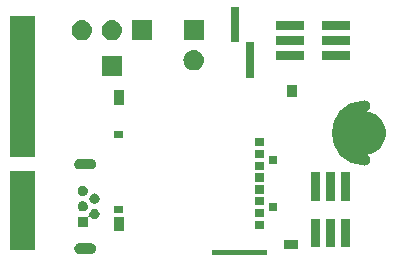
<source format=gbr>
G04 #@! TF.GenerationSoftware,KiCad,Pcbnew,5.1.4-3.fc30*
G04 #@! TF.CreationDate,2019-12-05T15:01:49-05:00*
G04 #@! TF.ProjectId,librem5-m2-breakout,6c696272-656d-4352-9d6d-322d62726561,v0.5.0*
G04 #@! TF.SameCoordinates,Original*
G04 #@! TF.FileFunction,Soldermask,Top*
G04 #@! TF.FilePolarity,Negative*
%FSLAX46Y46*%
G04 Gerber Fmt 4.6, Leading zero omitted, Abs format (unit mm)*
G04 Created by KiCad (PCBNEW 5.1.4-3.fc30) date 2019-12-05 15:01:49*
%MOMM*%
%LPD*%
G04 APERTURE LIST*
%ADD10C,1.000000*%
%ADD11C,0.100000*%
G04 APERTURE END LIST*
D10*
X148850000Y-92750000D02*
G75*
G03X148850000Y-97250000I0J-2250000D01*
G01*
D11*
G36*
X140565000Y-105342500D02*
G01*
X135915000Y-105342500D01*
X135915000Y-104902500D01*
X140565000Y-104902500D01*
X140565000Y-105342500D01*
X140565000Y-105342500D01*
G37*
G36*
X125805276Y-104346294D02*
G01*
X125887270Y-104371168D01*
X125962843Y-104411561D01*
X126029080Y-104465920D01*
X126083439Y-104532157D01*
X126123832Y-104607730D01*
X126148706Y-104689724D01*
X126157104Y-104775000D01*
X126148706Y-104860276D01*
X126123832Y-104942270D01*
X126083439Y-105017843D01*
X126029080Y-105084080D01*
X125962843Y-105138439D01*
X125887270Y-105178832D01*
X125805276Y-105203706D01*
X125741366Y-105210000D01*
X124698634Y-105210000D01*
X124634724Y-105203706D01*
X124552730Y-105178832D01*
X124477157Y-105138439D01*
X124410920Y-105084080D01*
X124356561Y-105017843D01*
X124316168Y-104942270D01*
X124291294Y-104860276D01*
X124282896Y-104775000D01*
X124291294Y-104689724D01*
X124316168Y-104607730D01*
X124356561Y-104532157D01*
X124410920Y-104465920D01*
X124477157Y-104411561D01*
X124552730Y-104371168D01*
X124634724Y-104346294D01*
X124698634Y-104340000D01*
X125741366Y-104340000D01*
X125805276Y-104346294D01*
X125805276Y-104346294D01*
G37*
G36*
X120925000Y-104925000D02*
G01*
X118850000Y-104925000D01*
X118850000Y-98225000D01*
X120925000Y-98225000D01*
X120925000Y-104925000D01*
X120925000Y-104925000D01*
G37*
G36*
X143235000Y-104842500D02*
G01*
X142065000Y-104842500D01*
X142065000Y-104077500D01*
X143235000Y-104077500D01*
X143235000Y-104842500D01*
X143235000Y-104842500D01*
G37*
G36*
X147650000Y-104660000D02*
G01*
X146890000Y-104660000D01*
X146890000Y-102240000D01*
X147650000Y-102240000D01*
X147650000Y-104660000D01*
X147650000Y-104660000D01*
G37*
G36*
X146380000Y-104660000D02*
G01*
X145620000Y-104660000D01*
X145620000Y-102240000D01*
X146380000Y-102240000D01*
X146380000Y-104660000D01*
X146380000Y-104660000D01*
G37*
G36*
X145110000Y-104660000D02*
G01*
X144350000Y-104660000D01*
X144350000Y-102240000D01*
X145110000Y-102240000D01*
X145110000Y-104660000D01*
X145110000Y-104660000D01*
G37*
G36*
X128485000Y-103322500D02*
G01*
X127615000Y-103322500D01*
X127615000Y-102102500D01*
X128485000Y-102102500D01*
X128485000Y-103322500D01*
X128485000Y-103322500D01*
G37*
G36*
X140335000Y-103135000D02*
G01*
X139565000Y-103135000D01*
X139565000Y-102415000D01*
X140335000Y-102415000D01*
X140335000Y-103135000D01*
X140335000Y-103135000D01*
G37*
G36*
X126125426Y-101436524D02*
G01*
X126203682Y-101468939D01*
X126274109Y-101515997D01*
X126334003Y-101575891D01*
X126381061Y-101646318D01*
X126413476Y-101724574D01*
X126430000Y-101807649D01*
X126430000Y-101892351D01*
X126413476Y-101975426D01*
X126381061Y-102053682D01*
X126334003Y-102124109D01*
X126274109Y-102184003D01*
X126203682Y-102231061D01*
X126125426Y-102263476D01*
X126042351Y-102280000D01*
X125957649Y-102280000D01*
X125874574Y-102263476D01*
X125796318Y-102231061D01*
X125725891Y-102184003D01*
X125665997Y-102124109D01*
X125658929Y-102113532D01*
X125643388Y-102094594D01*
X125624446Y-102079048D01*
X125602836Y-102067497D01*
X125579387Y-102060383D01*
X125555001Y-102057981D01*
X125530615Y-102060382D01*
X125507166Y-102067495D01*
X125485555Y-102079046D01*
X125466613Y-102094591D01*
X125451067Y-102113533D01*
X125439516Y-102135143D01*
X125432402Y-102158592D01*
X125430000Y-102182980D01*
X125430000Y-102930000D01*
X124570000Y-102930000D01*
X124570000Y-102070000D01*
X125453025Y-102070000D01*
X125477411Y-102067598D01*
X125500860Y-102060485D01*
X125522471Y-102048934D01*
X125541413Y-102033389D01*
X125556958Y-102014447D01*
X125568509Y-101992836D01*
X125575622Y-101969387D01*
X125578024Y-101945001D01*
X125575622Y-101920614D01*
X125570000Y-101892351D01*
X125570000Y-101807649D01*
X125586524Y-101724574D01*
X125618939Y-101646318D01*
X125665997Y-101575891D01*
X125725891Y-101515997D01*
X125796318Y-101468939D01*
X125874574Y-101436524D01*
X125957649Y-101420000D01*
X126042351Y-101420000D01*
X126125426Y-101436524D01*
X126125426Y-101436524D01*
G37*
G36*
X140335000Y-102135000D02*
G01*
X139565000Y-102135000D01*
X139565000Y-101415000D01*
X140335000Y-101415000D01*
X140335000Y-102135000D01*
X140335000Y-102135000D01*
G37*
G36*
X128385000Y-101810000D02*
G01*
X127615000Y-101810000D01*
X127615000Y-101140000D01*
X128385000Y-101140000D01*
X128385000Y-101810000D01*
X128385000Y-101810000D01*
G37*
G36*
X141485000Y-101635000D02*
G01*
X140815000Y-101635000D01*
X140815000Y-100915000D01*
X141485000Y-100915000D01*
X141485000Y-101635000D01*
X141485000Y-101635000D01*
G37*
G36*
X125125426Y-100786524D02*
G01*
X125203682Y-100818939D01*
X125274109Y-100865997D01*
X125334003Y-100925891D01*
X125381061Y-100996318D01*
X125413476Y-101074574D01*
X125430000Y-101157649D01*
X125430000Y-101242351D01*
X125413476Y-101325426D01*
X125381061Y-101403682D01*
X125334003Y-101474109D01*
X125274109Y-101534003D01*
X125203682Y-101581061D01*
X125125426Y-101613476D01*
X125042351Y-101630000D01*
X124957649Y-101630000D01*
X124874574Y-101613476D01*
X124796318Y-101581061D01*
X124725891Y-101534003D01*
X124665997Y-101474109D01*
X124618939Y-101403682D01*
X124586524Y-101325426D01*
X124570000Y-101242351D01*
X124570000Y-101157649D01*
X124586524Y-101074574D01*
X124618939Y-100996318D01*
X124665997Y-100925891D01*
X124725891Y-100865997D01*
X124796318Y-100818939D01*
X124874574Y-100786524D01*
X124957649Y-100770000D01*
X125042351Y-100770000D01*
X125125426Y-100786524D01*
X125125426Y-100786524D01*
G37*
G36*
X140335000Y-101135000D02*
G01*
X139565000Y-101135000D01*
X139565000Y-100415000D01*
X140335000Y-100415000D01*
X140335000Y-101135000D01*
X140335000Y-101135000D01*
G37*
G36*
X126125426Y-100136524D02*
G01*
X126203682Y-100168939D01*
X126274109Y-100215997D01*
X126334003Y-100275891D01*
X126381061Y-100346318D01*
X126413476Y-100424574D01*
X126430000Y-100507649D01*
X126430000Y-100592351D01*
X126413476Y-100675426D01*
X126381061Y-100753682D01*
X126334003Y-100824109D01*
X126274109Y-100884003D01*
X126203682Y-100931061D01*
X126125426Y-100963476D01*
X126042351Y-100980000D01*
X125957649Y-100980000D01*
X125874574Y-100963476D01*
X125796318Y-100931061D01*
X125725891Y-100884003D01*
X125665997Y-100824109D01*
X125618939Y-100753682D01*
X125586524Y-100675426D01*
X125570000Y-100592351D01*
X125570000Y-100507649D01*
X125586524Y-100424574D01*
X125618939Y-100346318D01*
X125665997Y-100275891D01*
X125725891Y-100215997D01*
X125796318Y-100168939D01*
X125874574Y-100136524D01*
X125957649Y-100120000D01*
X126042351Y-100120000D01*
X126125426Y-100136524D01*
X126125426Y-100136524D01*
G37*
G36*
X145110000Y-100760000D02*
G01*
X144350000Y-100760000D01*
X144350000Y-98340000D01*
X145110000Y-98340000D01*
X145110000Y-100760000D01*
X145110000Y-100760000D01*
G37*
G36*
X146380000Y-100760000D02*
G01*
X145620000Y-100760000D01*
X145620000Y-98340000D01*
X146380000Y-98340000D01*
X146380000Y-100760000D01*
X146380000Y-100760000D01*
G37*
G36*
X147650000Y-100760000D02*
G01*
X146890000Y-100760000D01*
X146890000Y-98340000D01*
X147650000Y-98340000D01*
X147650000Y-100760000D01*
X147650000Y-100760000D01*
G37*
G36*
X125125426Y-99486524D02*
G01*
X125203682Y-99518939D01*
X125274109Y-99565997D01*
X125334003Y-99625891D01*
X125381061Y-99696318D01*
X125413476Y-99774574D01*
X125430000Y-99857649D01*
X125430000Y-99942351D01*
X125413476Y-100025426D01*
X125381061Y-100103682D01*
X125334003Y-100174109D01*
X125274109Y-100234003D01*
X125203682Y-100281061D01*
X125125426Y-100313476D01*
X125042351Y-100330000D01*
X124957649Y-100330000D01*
X124874574Y-100313476D01*
X124796318Y-100281061D01*
X124725891Y-100234003D01*
X124665997Y-100174109D01*
X124618939Y-100103682D01*
X124586524Y-100025426D01*
X124570000Y-99942351D01*
X124570000Y-99857649D01*
X124586524Y-99774574D01*
X124618939Y-99696318D01*
X124665997Y-99625891D01*
X124725891Y-99565997D01*
X124796318Y-99518939D01*
X124874574Y-99486524D01*
X124957649Y-99470000D01*
X125042351Y-99470000D01*
X125125426Y-99486524D01*
X125125426Y-99486524D01*
G37*
G36*
X140335000Y-100135000D02*
G01*
X139565000Y-100135000D01*
X139565000Y-99415000D01*
X140335000Y-99415000D01*
X140335000Y-100135000D01*
X140335000Y-100135000D01*
G37*
G36*
X140335000Y-99135000D02*
G01*
X139565000Y-99135000D01*
X139565000Y-98415000D01*
X140335000Y-98415000D01*
X140335000Y-99135000D01*
X140335000Y-99135000D01*
G37*
G36*
X140335000Y-98135000D02*
G01*
X139565000Y-98135000D01*
X139565000Y-97415000D01*
X140335000Y-97415000D01*
X140335000Y-98135000D01*
X140335000Y-98135000D01*
G37*
G36*
X125805276Y-97196294D02*
G01*
X125887270Y-97221168D01*
X125962843Y-97261561D01*
X126029080Y-97315920D01*
X126083439Y-97382157D01*
X126123832Y-97457730D01*
X126148706Y-97539724D01*
X126157104Y-97625000D01*
X126148706Y-97710276D01*
X126123832Y-97792270D01*
X126083439Y-97867843D01*
X126029080Y-97934080D01*
X125962843Y-97988439D01*
X125887270Y-98028832D01*
X125805276Y-98053706D01*
X125741366Y-98060000D01*
X124698634Y-98060000D01*
X124634724Y-98053706D01*
X124552730Y-98028832D01*
X124477157Y-97988439D01*
X124410920Y-97934080D01*
X124356561Y-97867843D01*
X124316168Y-97792270D01*
X124291294Y-97710276D01*
X124282896Y-97625000D01*
X124291294Y-97539724D01*
X124316168Y-97457730D01*
X124356561Y-97382157D01*
X124410920Y-97315920D01*
X124477157Y-97261561D01*
X124552730Y-97221168D01*
X124634724Y-97196294D01*
X124698634Y-97190000D01*
X125741366Y-97190000D01*
X125805276Y-97196294D01*
X125805276Y-97196294D01*
G37*
G36*
X141485000Y-97635000D02*
G01*
X140815000Y-97635000D01*
X140815000Y-96915000D01*
X141485000Y-96915000D01*
X141485000Y-97635000D01*
X141485000Y-97635000D01*
G37*
G36*
X140335000Y-97135000D02*
G01*
X139565000Y-97135000D01*
X139565000Y-96415000D01*
X140335000Y-96415000D01*
X140335000Y-97135000D01*
X140335000Y-97135000D01*
G37*
G36*
X120925000Y-97025000D02*
G01*
X118850000Y-97025000D01*
X118850000Y-85075000D01*
X120925000Y-85075000D01*
X120925000Y-97025000D01*
X120925000Y-97025000D01*
G37*
G36*
X149206040Y-93210067D02*
G01*
X149382333Y-93245134D01*
X149519904Y-93302118D01*
X149714460Y-93382705D01*
X150013369Y-93582430D01*
X150267570Y-93836631D01*
X150467295Y-94135540D01*
X150604866Y-94467668D01*
X150675000Y-94820252D01*
X150675000Y-95179748D01*
X150604866Y-95532332D01*
X150467295Y-95864460D01*
X150267570Y-96163369D01*
X150013369Y-96417570D01*
X149714460Y-96617295D01*
X149519904Y-96697882D01*
X149382333Y-96754866D01*
X149206040Y-96789933D01*
X149029748Y-96825000D01*
X148670252Y-96825000D01*
X148493960Y-96789933D01*
X148317667Y-96754866D01*
X148180096Y-96697882D01*
X147985540Y-96617295D01*
X147686631Y-96417570D01*
X147432430Y-96163369D01*
X147232705Y-95864460D01*
X147095134Y-95532332D01*
X147025000Y-95179748D01*
X147025000Y-94820252D01*
X147095134Y-94467668D01*
X147232705Y-94135540D01*
X147432430Y-93836631D01*
X147686631Y-93582430D01*
X147985540Y-93382705D01*
X148180096Y-93302118D01*
X148317667Y-93245134D01*
X148493960Y-93210067D01*
X148670252Y-93175000D01*
X149029748Y-93175000D01*
X149206040Y-93210067D01*
X149206040Y-93210067D01*
G37*
G36*
X140335000Y-96135000D02*
G01*
X139565000Y-96135000D01*
X139565000Y-95415000D01*
X140335000Y-95415000D01*
X140335000Y-96135000D01*
X140335000Y-96135000D01*
G37*
G36*
X128385000Y-95460000D02*
G01*
X127615000Y-95460000D01*
X127615000Y-94790000D01*
X128385000Y-94790000D01*
X128385000Y-95460000D01*
X128385000Y-95460000D01*
G37*
G36*
X128485000Y-92647500D02*
G01*
X127615000Y-92647500D01*
X127615000Y-91327500D01*
X128485000Y-91327500D01*
X128485000Y-92647500D01*
X128485000Y-92647500D01*
G37*
G36*
X143185000Y-91910000D02*
G01*
X142265000Y-91910000D01*
X142265000Y-90940000D01*
X143185000Y-90940000D01*
X143185000Y-91910000D01*
X143185000Y-91910000D01*
G37*
G36*
X139470000Y-90310000D02*
G01*
X138800000Y-90310000D01*
X138800000Y-87290000D01*
X139470000Y-87290000D01*
X139470000Y-90310000D01*
X139470000Y-90310000D01*
G37*
G36*
X128320000Y-90160000D02*
G01*
X126600000Y-90160000D01*
X126600000Y-88440000D01*
X128320000Y-88440000D01*
X128320000Y-90160000D01*
X128320000Y-90160000D01*
G37*
G36*
X134568589Y-87992444D02*
G01*
X134730700Y-88041619D01*
X134880102Y-88121476D01*
X135011054Y-88228946D01*
X135118524Y-88359898D01*
X135198381Y-88509300D01*
X135247556Y-88671411D01*
X135264161Y-88840000D01*
X135247556Y-89008589D01*
X135198381Y-89170700D01*
X135118524Y-89320102D01*
X135011054Y-89451054D01*
X134880102Y-89558524D01*
X134730700Y-89638381D01*
X134568589Y-89687556D01*
X134442246Y-89700000D01*
X134357754Y-89700000D01*
X134231411Y-89687556D01*
X134069300Y-89638381D01*
X133919898Y-89558524D01*
X133788946Y-89451054D01*
X133681476Y-89320102D01*
X133601619Y-89170700D01*
X133552444Y-89008589D01*
X133535839Y-88840000D01*
X133552444Y-88671411D01*
X133601619Y-88509300D01*
X133681476Y-88359898D01*
X133788946Y-88228946D01*
X133919898Y-88121476D01*
X134069300Y-88041619D01*
X134231411Y-87992444D01*
X134357754Y-87980000D01*
X134442246Y-87980000D01*
X134568589Y-87992444D01*
X134568589Y-87992444D01*
G37*
G36*
X147660000Y-88850000D02*
G01*
X145240000Y-88850000D01*
X145240000Y-88090000D01*
X147660000Y-88090000D01*
X147660000Y-88850000D01*
X147660000Y-88850000D01*
G37*
G36*
X143760000Y-88850000D02*
G01*
X141340000Y-88850000D01*
X141340000Y-88090000D01*
X143760000Y-88090000D01*
X143760000Y-88850000D01*
X143760000Y-88850000D01*
G37*
G36*
X147660000Y-87580000D02*
G01*
X145240000Y-87580000D01*
X145240000Y-86820000D01*
X147660000Y-86820000D01*
X147660000Y-87580000D01*
X147660000Y-87580000D01*
G37*
G36*
X143760000Y-87580000D02*
G01*
X141340000Y-87580000D01*
X141340000Y-86820000D01*
X143760000Y-86820000D01*
X143760000Y-87580000D01*
X143760000Y-87580000D01*
G37*
G36*
X138200000Y-87310000D02*
G01*
X137530000Y-87310000D01*
X137530000Y-84290000D01*
X138200000Y-84290000D01*
X138200000Y-87310000D01*
X138200000Y-87310000D01*
G37*
G36*
X130860000Y-87160000D02*
G01*
X129140000Y-87160000D01*
X129140000Y-85440000D01*
X130860000Y-85440000D01*
X130860000Y-87160000D01*
X130860000Y-87160000D01*
G37*
G36*
X135260000Y-87160000D02*
G01*
X133540000Y-87160000D01*
X133540000Y-85440000D01*
X135260000Y-85440000D01*
X135260000Y-87160000D01*
X135260000Y-87160000D01*
G37*
G36*
X127628589Y-85452444D02*
G01*
X127790700Y-85501619D01*
X127940102Y-85581476D01*
X128071054Y-85688946D01*
X128178524Y-85819898D01*
X128258381Y-85969300D01*
X128307556Y-86131411D01*
X128324161Y-86300000D01*
X128307556Y-86468589D01*
X128258381Y-86630700D01*
X128178524Y-86780102D01*
X128071054Y-86911054D01*
X127940102Y-87018524D01*
X127790700Y-87098381D01*
X127628589Y-87147556D01*
X127502246Y-87160000D01*
X127417754Y-87160000D01*
X127291411Y-87147556D01*
X127129300Y-87098381D01*
X126979898Y-87018524D01*
X126848946Y-86911054D01*
X126741476Y-86780102D01*
X126661619Y-86630700D01*
X126612444Y-86468589D01*
X126595839Y-86300000D01*
X126612444Y-86131411D01*
X126661619Y-85969300D01*
X126741476Y-85819898D01*
X126848946Y-85688946D01*
X126979898Y-85581476D01*
X127129300Y-85501619D01*
X127291411Y-85452444D01*
X127417754Y-85440000D01*
X127502246Y-85440000D01*
X127628589Y-85452444D01*
X127628589Y-85452444D01*
G37*
G36*
X125088589Y-85452444D02*
G01*
X125250700Y-85501619D01*
X125400102Y-85581476D01*
X125531054Y-85688946D01*
X125638524Y-85819898D01*
X125718381Y-85969300D01*
X125767556Y-86131411D01*
X125784161Y-86300000D01*
X125767556Y-86468589D01*
X125718381Y-86630700D01*
X125638524Y-86780102D01*
X125531054Y-86911054D01*
X125400102Y-87018524D01*
X125250700Y-87098381D01*
X125088589Y-87147556D01*
X124962246Y-87160000D01*
X124877754Y-87160000D01*
X124751411Y-87147556D01*
X124589300Y-87098381D01*
X124439898Y-87018524D01*
X124308946Y-86911054D01*
X124201476Y-86780102D01*
X124121619Y-86630700D01*
X124072444Y-86468589D01*
X124055839Y-86300000D01*
X124072444Y-86131411D01*
X124121619Y-85969300D01*
X124201476Y-85819898D01*
X124308946Y-85688946D01*
X124439898Y-85581476D01*
X124589300Y-85501619D01*
X124751411Y-85452444D01*
X124877754Y-85440000D01*
X124962246Y-85440000D01*
X125088589Y-85452444D01*
X125088589Y-85452444D01*
G37*
G36*
X147660000Y-86310000D02*
G01*
X145240000Y-86310000D01*
X145240000Y-85550000D01*
X147660000Y-85550000D01*
X147660000Y-86310000D01*
X147660000Y-86310000D01*
G37*
G36*
X143760000Y-86310000D02*
G01*
X141340000Y-86310000D01*
X141340000Y-85550000D01*
X143760000Y-85550000D01*
X143760000Y-86310000D01*
X143760000Y-86310000D01*
G37*
M02*

</source>
